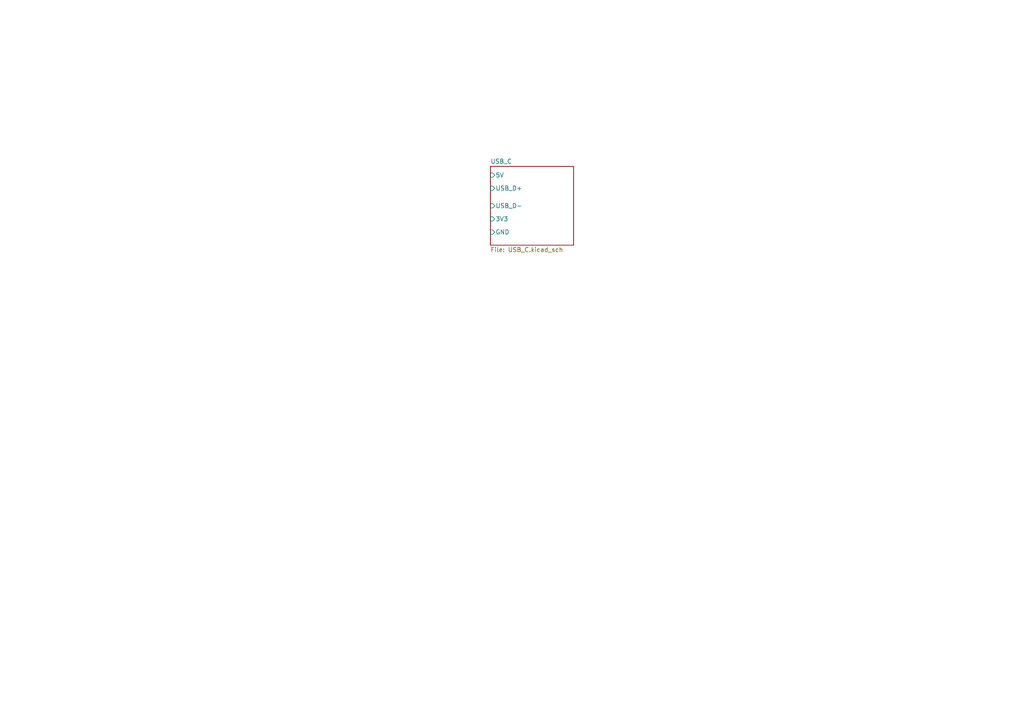
<source format=kicad_sch>
(kicad_sch (version 20230121) (generator eeschema)
  (paper "A4")
  (lib_symbols)
  (sheet (at 142.24 48.26) (size 24.13 22.86) (stroke (width 0.1524))
    (property "Sheetname" "USB_C" (at 142.24 47.5484 0) (effects (justify left bottom)))
    (property "Sheetfile" "USB_C.kicad_sch" (at 142.24 71.7046 0) (effects (justify left top)))
    (pin "USB_D+" input (at 142.24 54.61 180))
    (pin "USB_D-" input (at 142.24 59.69 180))
    (pin "3V3" input (at 142.24 63.5 180))
    (pin "GND" input (at 142.24 67.31 180))
    (pin "5V" input (at 142.24 50.8 180))
  )
)
</source>
